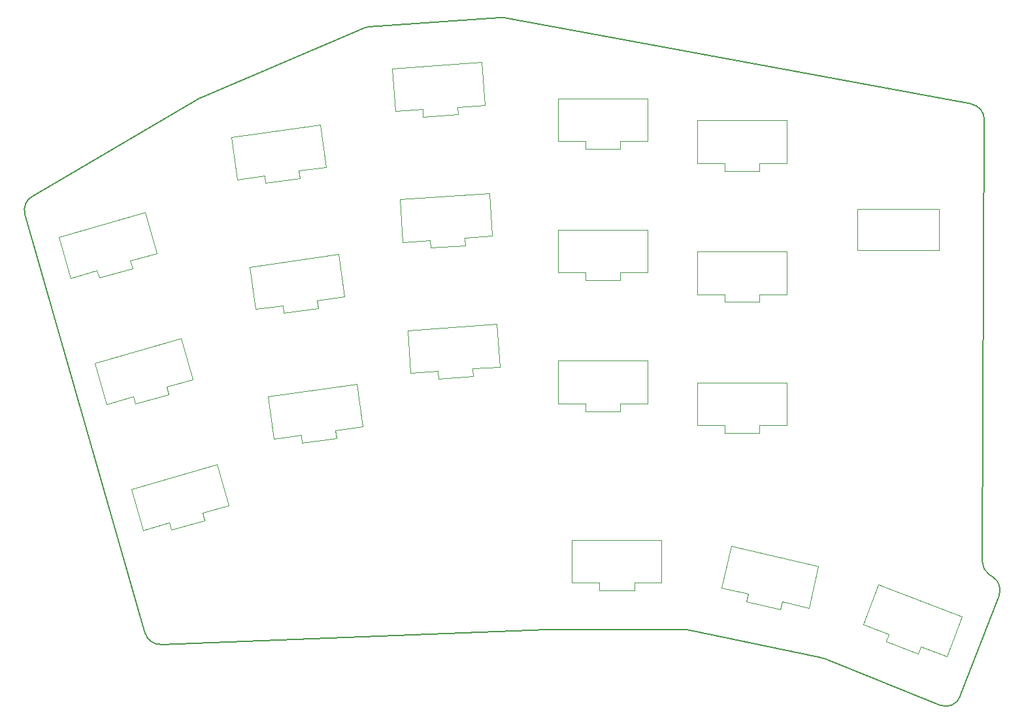
<source format=gbr>
%TF.GenerationSoftware,KiCad,Pcbnew,7.0.10*%
%TF.CreationDate,2024-01-08T12:38:43-05:00*%
%TF.ProjectId,mini,6d696e69-2e6b-4696-9361-645f70636258,2*%
%TF.SameCoordinates,Original*%
%TF.FileFunction,Profile,NP*%
%FSLAX46Y46*%
G04 Gerber Fmt 4.6, Leading zero omitted, Abs format (unit mm)*
G04 Created by KiCad (PCBNEW 7.0.10) date 2024-01-08 12:38:43*
%MOMM*%
%LPD*%
G01*
G04 APERTURE LIST*
%TA.AperFunction,Profile*%
%ADD10C,0.150000*%
%TD*%
%TA.AperFunction,Profile*%
%ADD11C,0.120000*%
%TD*%
G04 APERTURE END LIST*
D10*
X141867707Y-37688572D02*
X202502446Y-48880290D01*
X206052272Y-112571524D02*
G75*
G03*
X205270287Y-110174802I-1867172J716724D01*
G01*
X102769345Y-47982918D02*
X123750609Y-39003132D01*
X141867707Y-37688570D02*
G75*
G03*
X141365174Y-37660223I-363007J-1966730D01*
G01*
X95437455Y-117465704D02*
X79855985Y-63126659D01*
X204139417Y-50855641D02*
G75*
G03*
X202502446Y-48880291I-2000017J8541D01*
G01*
X124398033Y-38846681D02*
X141365174Y-37660222D01*
X102769344Y-47982917D02*
G75*
G03*
X102545579Y-48095767I786956J-1838683D01*
G01*
X206052230Y-112571508D02*
X201029245Y-125656831D01*
X183355842Y-120754669D02*
G75*
G03*
X183020380Y-120653195I-744542J-1856131D01*
G01*
X80767806Y-60849557D02*
X102545579Y-48095767D01*
X147508772Y-116980215D02*
X97437120Y-118912941D01*
X80767817Y-60849575D02*
G75*
G03*
X79855985Y-63126659I1010683J-1725825D01*
G01*
X198417505Y-126796308D02*
G75*
G03*
X201029244Y-125656831I744595J1856208D01*
G01*
X198417498Y-126796325D02*
X183355841Y-120754671D01*
X147584407Y-116978729D02*
G75*
G03*
X147508772Y-116980217I1593J-2003571D01*
G01*
X165166047Y-116965487D02*
X147584407Y-116978728D01*
X204139407Y-50855641D02*
X203893656Y-108187903D01*
X124398034Y-38846696D02*
G75*
G03*
X123750610Y-39003133I139466J-1995104D01*
G01*
X204808420Y-109876447D02*
X205270286Y-110174800D01*
X95437456Y-117465704D02*
G75*
G03*
X97437120Y-118912941I1922544J551304D01*
G01*
X165576679Y-117007773D02*
G75*
G03*
X165166047Y-116965489I-409079J-1957627D01*
G01*
X203893659Y-108187903D02*
G75*
G03*
X204808420Y-109876447I1999941J-8597D01*
G01*
X183020380Y-120653194D02*
X165576678Y-117007780D01*
D11*
%TO.C,S8*%
X128430787Y-61219870D02*
X140002530Y-60410695D01*
X128817935Y-66756350D02*
X128430787Y-61219870D01*
X132359288Y-66508715D02*
X128817935Y-66756350D01*
X132359288Y-66508715D02*
X132429044Y-67506279D01*
X132429044Y-67506279D02*
X136918082Y-67192375D01*
X136848326Y-66194810D02*
X140389678Y-65947175D01*
X136918082Y-67192375D02*
X136848326Y-66194810D01*
X140002530Y-60410695D02*
X140389678Y-65947175D01*
%TO.C,S17*%
X171358833Y-106154648D02*
X182661526Y-108764080D01*
X170110355Y-111562402D02*
X171358833Y-106154648D01*
X173569369Y-112360978D02*
X170110355Y-111562402D01*
X173569369Y-112360978D02*
X173344418Y-113335348D01*
X173344418Y-113335348D02*
X177729083Y-114347628D01*
X177954034Y-113373258D02*
X181413048Y-114171834D01*
X177729083Y-114347628D02*
X177954034Y-113373258D01*
X182661526Y-108764080D02*
X181413048Y-114171834D01*
%TO.C,S7*%
X129417134Y-78192411D02*
X140988877Y-77383236D01*
X129804282Y-83728891D02*
X129417134Y-78192411D01*
X133345635Y-83481256D02*
X129804282Y-83728891D01*
X133345635Y-83481256D02*
X133415391Y-84478820D01*
X133415391Y-84478820D02*
X137904429Y-84164916D01*
X137834673Y-83167351D02*
X141376025Y-82919716D01*
X137904429Y-84164916D02*
X137834673Y-83167351D01*
X140988877Y-77383236D02*
X141376025Y-82919716D01*
%TO.C,S4*%
X111334033Y-86801581D02*
X122821142Y-85187173D01*
X112106443Y-92297569D02*
X111334033Y-86801581D01*
X115621895Y-91803504D02*
X112106443Y-92297569D01*
X115621895Y-91803504D02*
X115761068Y-92793773D01*
X115761068Y-92793773D02*
X120217274Y-92167494D01*
X120078101Y-91177226D02*
X123593553Y-90683161D01*
X120217274Y-92167494D02*
X120078101Y-91177226D01*
X122821142Y-85187173D02*
X123593553Y-90683161D01*
%TO.C,S14*%
X166946574Y-67983756D02*
X178546574Y-67983756D01*
X166946574Y-73533756D02*
X166946574Y-67983756D01*
X170496574Y-73533756D02*
X166946574Y-73533756D01*
X170496574Y-73533756D02*
X170496574Y-74533756D01*
X170496574Y-74533756D02*
X174996574Y-74533756D01*
X174996574Y-73533756D02*
X178546574Y-73533756D01*
X174996574Y-74533756D02*
X174996574Y-73533756D01*
X178546574Y-67983756D02*
X178546574Y-73533756D01*
%TO.C,S11*%
X148946574Y-65150423D02*
X160546574Y-65150423D01*
X148946574Y-70700423D02*
X148946574Y-65150423D01*
X152496574Y-70700423D02*
X148946574Y-70700423D01*
X152496574Y-70700423D02*
X152496574Y-71700423D01*
X152496574Y-71700423D02*
X156996574Y-71700423D01*
X156996574Y-70700423D02*
X160546574Y-70700423D01*
X156996574Y-71700423D02*
X156996574Y-70700423D01*
X160546574Y-65150423D02*
X160546574Y-70700423D01*
%TO.C,S3*%
X84239882Y-66080077D02*
X95390518Y-62882683D01*
X85769669Y-71415079D02*
X84239882Y-66080077D01*
X89182148Y-70436566D02*
X85769669Y-71415079D01*
X89182148Y-70436566D02*
X89457786Y-71397828D01*
X89457786Y-71397828D02*
X93783463Y-70157460D01*
X93507826Y-69196198D02*
X96920305Y-68217686D01*
X93783463Y-70157460D02*
X93507826Y-69196198D01*
X95390518Y-62882683D02*
X96920305Y-68217686D01*
%TO.C,S2*%
X88925717Y-82421526D02*
X100076353Y-79224132D01*
X90455504Y-87756528D02*
X88925717Y-82421526D01*
X93867983Y-86778015D02*
X90455504Y-87756528D01*
X93867983Y-86778015D02*
X94143621Y-87739277D01*
X94143621Y-87739277D02*
X98469298Y-86498909D01*
X98193661Y-85537647D02*
X101606140Y-84559135D01*
X98469298Y-86498909D02*
X98193661Y-85537647D01*
X100076353Y-79224132D02*
X101606140Y-84559135D01*
%TO.C,S10*%
X148946574Y-82150423D02*
X160546574Y-82150423D01*
X148946574Y-87700423D02*
X148946574Y-82150423D01*
X152496574Y-87700423D02*
X148946574Y-87700423D01*
X152496574Y-87700423D02*
X152496574Y-88700423D01*
X152496574Y-88700423D02*
X156996574Y-88700423D01*
X156996574Y-87700423D02*
X160546574Y-87700423D01*
X156996574Y-88700423D02*
X156996574Y-87700423D01*
X160546574Y-82150423D02*
X160546574Y-87700423D01*
%TO.C,S13*%
X166946574Y-84983756D02*
X178546574Y-84983756D01*
X166946574Y-90533756D02*
X166946574Y-84983756D01*
X170496574Y-90533756D02*
X166946574Y-90533756D01*
X170496574Y-90533756D02*
X170496574Y-91533756D01*
X170496574Y-91533756D02*
X174996574Y-91533756D01*
X174996574Y-90533756D02*
X178546574Y-90533756D01*
X174996574Y-91533756D02*
X174996574Y-90533756D01*
X178546574Y-84983756D02*
X178546574Y-90533756D01*
%TO.C,RP2040Zero1*%
X187746574Y-67803756D02*
X187746574Y-62433756D01*
X187746574Y-67803756D02*
X198246574Y-67803756D01*
X198246574Y-62433756D02*
X187746574Y-62433756D01*
X198246574Y-62433756D02*
X198246574Y-67803756D01*
%TO.C,S16*%
X150746574Y-105383756D02*
X162346574Y-105383756D01*
X150746574Y-110933756D02*
X150746574Y-105383756D01*
X154296574Y-110933756D02*
X150746574Y-110933756D01*
X154296574Y-110933756D02*
X154296574Y-111933756D01*
X154296574Y-111933756D02*
X158796574Y-111933756D01*
X158796574Y-110933756D02*
X162346574Y-110933756D01*
X158796574Y-111933756D02*
X158796574Y-110933756D01*
X162346574Y-105383756D02*
X162346574Y-110933756D01*
%TO.C,S9*%
X127444439Y-44247330D02*
X139016182Y-43438155D01*
X127831587Y-49783810D02*
X127444439Y-44247330D01*
X131372940Y-49536175D02*
X127831587Y-49783810D01*
X131372940Y-49536175D02*
X131442696Y-50533739D01*
X131442696Y-50533739D02*
X135931734Y-50219835D01*
X135861978Y-49222270D02*
X139403330Y-48974635D01*
X135931734Y-50219835D02*
X135861978Y-49222270D01*
X139016182Y-43438155D02*
X139403330Y-48974635D01*
%TO.C,S18*%
X190428008Y-111138533D02*
X201257541Y-115295601D01*
X188439066Y-116319904D02*
X190428008Y-111138533D01*
X191753276Y-117592110D02*
X188439066Y-116319904D01*
X191753276Y-117592110D02*
X191394908Y-118525691D01*
X191394908Y-118525691D02*
X195596020Y-120138346D01*
X195954388Y-119204766D02*
X199268599Y-120476972D01*
X195596020Y-120138346D02*
X195954388Y-119204766D01*
X201257541Y-115295601D02*
X199268599Y-120476972D01*
%TO.C,S15*%
X166946574Y-50983756D02*
X178546574Y-50983756D01*
X166946574Y-56533756D02*
X166946574Y-50983756D01*
X170496574Y-56533756D02*
X166946574Y-56533756D01*
X170496574Y-56533756D02*
X170496574Y-57533756D01*
X170496574Y-57533756D02*
X174996574Y-57533756D01*
X174996574Y-56533756D02*
X178546574Y-56533756D01*
X174996574Y-57533756D02*
X174996574Y-56533756D01*
X178546574Y-50983756D02*
X178546574Y-56533756D01*
%TO.C,S1*%
X93611552Y-98762975D02*
X104762188Y-95565581D01*
X95141339Y-104097977D02*
X93611552Y-98762975D01*
X98553818Y-103119464D02*
X95141339Y-104097977D01*
X98553818Y-103119464D02*
X98829456Y-104080726D01*
X98829456Y-104080726D02*
X103155133Y-102840358D01*
X102879496Y-101879096D02*
X106291975Y-100900584D01*
X103155133Y-102840358D02*
X102879496Y-101879096D01*
X104762188Y-95565581D02*
X106291975Y-100900584D01*
%TO.C,S5*%
X108968090Y-69967024D02*
X120455199Y-68352616D01*
X109740500Y-75463012D02*
X108968090Y-69967024D01*
X113255952Y-74968947D02*
X109740500Y-75463012D01*
X113255952Y-74968947D02*
X113395125Y-75959216D01*
X113395125Y-75959216D02*
X117851331Y-75332937D01*
X117712158Y-74342669D02*
X121227610Y-73848604D01*
X117851331Y-75332937D02*
X117712158Y-74342669D01*
X120455199Y-68352616D02*
X121227610Y-73848604D01*
%TO.C,S12*%
X148946574Y-48150423D02*
X160546574Y-48150423D01*
X148946574Y-53700423D02*
X148946574Y-48150423D01*
X152496574Y-53700423D02*
X148946574Y-53700423D01*
X152496574Y-53700423D02*
X152496574Y-54700423D01*
X152496574Y-54700423D02*
X156996574Y-54700423D01*
X156996574Y-53700423D02*
X160546574Y-53700423D01*
X156996574Y-54700423D02*
X156996574Y-53700423D01*
X160546574Y-48150423D02*
X160546574Y-53700423D01*
%TO.C,S6*%
X106602147Y-53132466D02*
X118089256Y-51518058D01*
X107374557Y-58628454D02*
X106602147Y-53132466D01*
X110890009Y-58134389D02*
X107374557Y-58628454D01*
X110890009Y-58134389D02*
X111029182Y-59124658D01*
X111029182Y-59124658D02*
X115485388Y-58498379D01*
X115346215Y-57508111D02*
X118861667Y-57014046D01*
X115485388Y-58498379D02*
X115346215Y-57508111D01*
X118089256Y-51518058D02*
X118861667Y-57014046D01*
%TD*%
M02*

</source>
